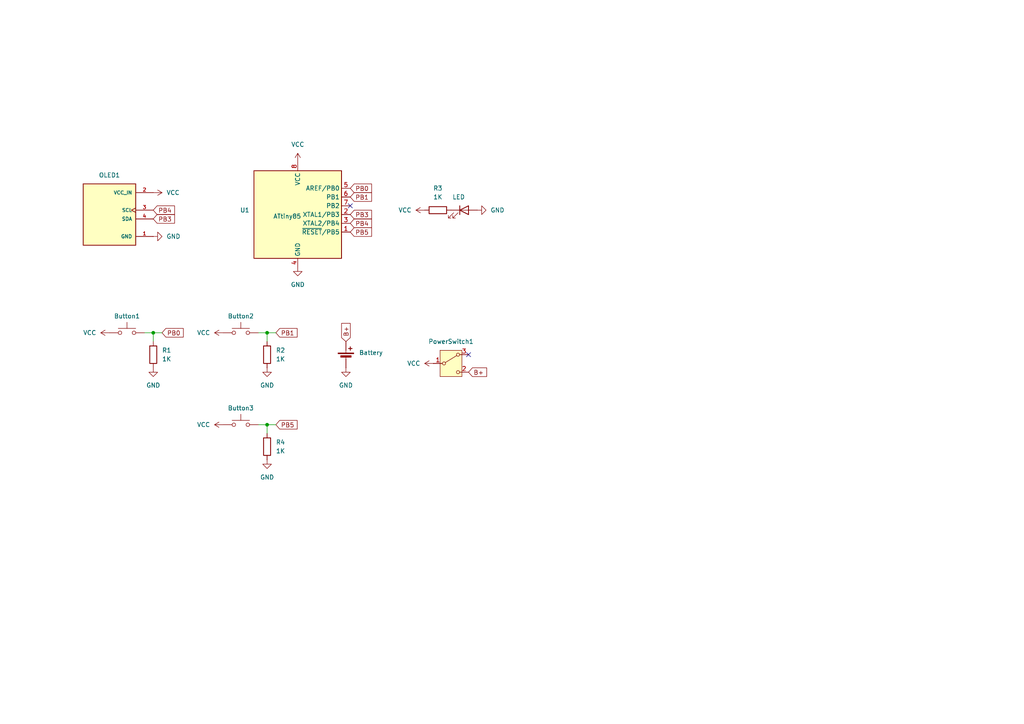
<source format=kicad_sch>
(kicad_sch (version 20231120) (generator "eeschema") (generator_version "8.0")
  (paper "A4")
  (lib_symbols
    (symbol "DM-OLED096-636:DM-OLED096-636" (pin_names (offset 1.016))
      (property "Reference" "U" (at -7.62 10.922 0))
      (property "Value" "DM-OLED096-636" (at -7.62 -10.16 0))
      (symbol "DM-OLED096-636_0_0"
        (rectangle (start -7.62 -7.62) (end 7.62 10.16) (stroke (width 0.254)) (fill (type background)))
        (pin power_in line (at 12.7 -5.08 180) (length 5.08) (name "GND") (number "1"))
        (pin power_in line (at 12.7 7.62 180) (length 5.08) (name "VCC_IN") (number "2"))
        (pin input clock (at 12.7 2.54 180) (length 5.08) (name "SCL") (number "3"))
        (pin bidirectional line (at 12.7 0 180) (length 5.08) (name "SDA") (number "4"))
      )
    )
    (symbol "Device:Battery_Cell" (pin_numbers hide) (pin_names (offset 0) hide)
      (property "Reference" "BT" (at 2.54 2.54 0))
      (property "Value" "Battery_Cell" (at 2.54 0 0))
      (symbol "Battery_Cell_0_1"
        (rectangle (start -2.286 1.778) (end 2.286 1.524) (fill (type outline)))
        (rectangle (start -1.524 1.016) (end 1.524 0.508) (fill (type outline)))
        (polyline (pts (xy 0 0.762) (xy 0 0)))
        (polyline (pts (xy 0 1.778) (xy 0 2.54)))
        (polyline (pts (xy 0.762 3.048) (xy 1.778 3.048)) (stroke (width 0.254)))
        (polyline (pts (xy 1.27 3.556) (xy 1.27 2.54)) (stroke (width 0.254)))
      )
      (symbol "Battery_Cell_1_1"
        (pin passive line (at 0 5.08 270) (length 2.54) (name "+") (number "1"))
        (pin passive line (at 0 -2.54 90) (length 2.54) (name "-") (number "2"))
      )
    )
    (symbol "Device:LED" (pin_numbers hide) (pin_names (offset 1.016) hide)
      (property "Reference" "D" (at 0 2.54 0))
      (property "Value" "LED" (at 0 -2.54 0))
      (symbol "LED_0_1"
        (polyline (pts (xy -1.27 -1.27) (xy -1.27 1.27)) (stroke (width 0.254)))
        (polyline (pts (xy -1.27 0) (xy 1.27 0)))
        (polyline (pts (xy 1.27 -1.27) (xy 1.27 1.27) (xy -1.27 0) (xy 1.27 -1.27)) (stroke (width 0.254)))
        (polyline (pts (xy -3.048 -0.762) (xy -4.572 -2.286) (xy -3.81 -2.286) (xy -4.572 -2.286) (xy -4.572 -1.524)))
        (polyline (pts (xy -1.778 -0.762) (xy -3.302 -2.286) (xy -2.54 -2.286) (xy -3.302 -2.286) (xy -3.302 -1.524)))
      )
      (symbol "LED_1_1"
        (pin passive line (at -3.81 0 0) (length 2.54) (name "K") (number "1"))
        (pin passive line (at 3.81 0 180) (length 2.54) (name "A") (number "2"))
      )
    )
    (symbol "Device:R" (pin_numbers hide) (pin_names (offset 0))
      (property "Reference" "R" (at 2.032 0 90))
      (property "Value" "R" (at 0 0 90))
      (symbol "R_0_1"
        (rectangle (start -1.016 -2.54) (end 1.016 2.54) (stroke (width 0.254)))
      )
      (symbol "R_1_1"
        (pin passive line (at 0 3.81 270) (length 1.27) (name "~") (number "1"))
        (pin passive line (at 0 -3.81 90) (length 1.27) (name "~") (number "2"))
      )
    )
    (symbol "MCU_Microchip_ATtiny:ATtiny85-20P"
      (property "Reference" "U" (at -12.7 13.97 0))
      (property "Value" "ATtiny85-20P" (at 2.54 -13.97 0))
      (symbol "ATtiny85-20P_0_1"
        (rectangle (start -12.7 -12.7) (end 12.7 12.7) (stroke (width 0.254)) (fill (type background)))
      )
      (symbol "ATtiny85-20P_1_1"
        (pin bidirectional line (at 15.24 -5.08 180) (length 2.54) (name "~{RESET}/PB5") (number "1"))
        (pin bidirectional line (at 15.24 0 180) (length 2.54) (name "XTAL1/PB3") (number "2"))
        (pin bidirectional line (at 15.24 -2.54 180) (length 2.54) (name "XTAL2/PB4") (number "3"))
        (pin power_in line (at 0 -15.24 90) (length 2.54) (name "GND") (number "4"))
        (pin bidirectional line (at 15.24 7.62 180) (length 2.54) (name "AREF/PB0") (number "5"))
        (pin bidirectional line (at 15.24 5.08 180) (length 2.54) (name "PB1") (number "6"))
        (pin bidirectional line (at 15.24 2.54 180) (length 2.54) (name "PB2") (number "7"))
        (pin power_in line (at 0 15.24 270) (length 2.54) (name "VCC") (number "8"))
      )
    )
    (symbol "Switch:SW_Push" (pin_numbers hide) (pin_names (offset 1.016) hide)
      (property "Reference" "SW" (at 1.27 2.54 0))
      (property "Value" "SW_Push" (at 0 -1.524 0))
      (symbol "SW_Push_0_1"
        (circle (center -2.032 0) (radius 0.508))
        (polyline (pts (xy 0 1.27) (xy 0 3.048)))
        (polyline (pts (xy 2.54 1.27) (xy -2.54 1.27)))
        (circle (center 2.032 0) (radius 0.508))
        (pin passive line (at -5.08 0 0) (length 2.54) (name "1") (number "1"))
        (pin passive line (at 5.08 0 180) (length 2.54) (name "2") (number "2"))
      )
    )
    (symbol "Switch:SW_Wuerth_450301014042" (pin_names (offset 1) hide)
      (property "Reference" "SW" (at 0 5.08 0))
      (property "Value" "SW_Wuerth_450301014042" (at 0 -5.08 0))
      (symbol "SW_Wuerth_450301014042_0_1"
        (circle (center -2.032 0) (radius 0.4572))
        (polyline (pts (xy -1.651 0.254) (xy 1.651 2.286)))
        (circle (center 2.032 -2.54) (radius 0.4572))
        (circle (center 2.032 2.54) (radius 0.4572))
      )
      (symbol "SW_Wuerth_450301014042_1_1"
        (rectangle (start -3.175 3.81) (end 3.175 -3.81) (fill (type background)))
        (pin passive line (at -5.08 0 0) (length 2.54) (name "B") (number "1"))
        (pin passive line (at 5.08 -2.54 180) (length 2.54) (name "C") (number "2"))
        (pin passive line (at 5.08 2.54 180) (length 2.54) (name "A") (number "3"))
      )
    )
    (symbol "power:GND" (power) (pin_numbers hide) (pin_names (offset 0) hide)
      (property "Value" "GND" (at 0 -3.81 0))
      (symbol "GND_0_1"
        (polyline (pts (xy 0 0) (xy 0 -1.27) (xy 1.27 -1.27) (xy 0 -2.54) (xy -1.27 -1.27) (xy 0 -1.27)))
      )
      (symbol "GND_1_1"
        (pin power_in line (at 0 0 270) (length 0) (name "~") (number "1"))
      )
    )
    (symbol "power:VCC" (power) (pin_numbers hide) (pin_names (offset 0) hide)
      (property "Value" "VCC" (at 0 3.556 0))
      (symbol "VCC_0_1"
        (polyline (pts (xy -0.762 1.27) (xy 0 2.54)))
        (polyline (pts (xy 0 0) (xy 0 2.54)))
        (polyline (pts (xy 0 2.54) (xy 0.762 1.27)))
      )
      (symbol "VCC_1_1"
        (pin power_in line (at 0 0 90) (length 0) (name "~") (number "1"))
      )
    )
  )
  (junction (at 77.47 123.19))
  (junction (at 44.45 96.52))
  (junction (at 77.47 96.52))
  (no_connect (at 101.6 59.69))
  (no_connect (at 135.89 102.87))
  (wire (pts (xy 44.45 96.52) (xy 41.91 96.52)))
  (wire (pts (xy 77.47 125.73) (xy 77.47 123.19)))
  (wire (pts (xy 80.01 96.52) (xy 77.47 96.52)))
  (wire (pts (xy 44.45 99.06) (xy 44.45 96.52)))
  (wire (pts (xy 77.47 96.52) (xy 74.93 96.52)))
  (wire (pts (xy 46.99 96.52) (xy 44.45 96.52)))
  (wire (pts (xy 77.47 99.06) (xy 77.47 96.52)))
  (wire (pts (xy 77.47 123.19) (xy 74.93 123.19)))
  (wire (pts (xy 80.01 123.19) (xy 77.47 123.19)))
  (global_label "PB4" (shape input) (at 44.45 60.96 0) (property "Intersheetrefs" "${INTERSHEET_REFS}" (effects (hide yes))))
  (global_label "PB5" (shape input) (at 101.6 67.31 0) (property "Intersheetrefs" "${INTERSHEET_REFS}" (effects (hide yes))))
  (global_label "PB5" (shape input) (at 80.01 123.19 0) (property "Intersheetrefs" "${INTERSHEET_REFS}" (effects (hide yes))))
  (global_label "PB4" (shape input) (at 101.6 64.77 0) (property "Intersheetrefs" "${INTERSHEET_REFS}" (effects (hide yes))))
  (global_label "PB3" (shape input) (at 101.6 62.23 0) (property "Intersheetrefs" "${INTERSHEET_REFS}" (effects (hide yes))))
  (global_label "PB1" (shape input) (at 80.01 96.52 0) (property "Intersheetrefs" "${INTERSHEET_REFS}" (effects (hide yes))))
  (global_label "B+" (shape input) (at 100.33 99.06 90) (property "Intersheetrefs" "${INTERSHEET_REFS}" (effects (hide yes))))
  (global_label "PB3" (shape input) (at 44.45 63.5 0) (property "Intersheetrefs" "${INTERSHEET_REFS}" (effects (hide yes))))
  (global_label "PB0" (shape input) (at 101.6 54.61 0) (property "Intersheetrefs" "${INTERSHEET_REFS}" (effects (hide yes))))
  (global_label "PB1" (shape input) (at 101.6 57.15 0) (property "Intersheetrefs" "${INTERSHEET_REFS}" (effects (hide yes))))
  (global_label "PB0" (shape input) (at 46.99 96.52 0) (property "Intersheetrefs" "${INTERSHEET_REFS}" (effects (hide yes))))
  (global_label "B+" (shape input) (at 135.89 107.95 0) (property "Intersheetrefs" "${INTERSHEET_REFS}" (effects (hide yes))))
  (symbol (lib_id "Device:R") (at 77.47 102.87 0) (unit 1)
    (property "Reference" "R2" (at 80.01 101.5999 0) (effects (justify left)))
    (property "Value" "1K" (at 80.01 104.1399 0) (effects (justify left)))
    (property "Footprint" "Resistor_THT:R_Axial_DIN0207_L6.3mm_D2.5mm_P7.62mm_Horizontal" (effects (hide yes)))
    (property "Description" "Resistor" (effects (hide yes)))
  )
  (symbol (lib_id "power:VCC") (at 64.77 96.52 90) (unit 1)
    (property "Reference" "#PWR07" (effects (hide yes)))
    (property "Value" "VCC" (at 60.96 96.5199 90) (effects (justify left)))
    (property "Description" "Power symbol creates a global label with name \"VCC\"" (effects (hide yes)))
  )
  (symbol (lib_id "DM-OLED096-636:DM-OLED096-636") (at 31.75 63.5 0) (unit 1)
    (property "Reference" "OLED1" (at 31.75 50.8 0))
    (property "Value" "DM-OLED096-636" (effects (hide yes)))
    (property "Footprint" "DM OLED096 636:MODULE_DM-OLED096-636" (effects (hide yes)))
    (property "MF" "Display Module" (effects (hide yes)))
    (property "MAXIMUM_PACKAGE_HEIGHT" "11.3 mm" (effects (hide yes)))
    (property "Package" "Package" (effects (hide yes)))
    (property "Price" "None" (effects (hide yes)))
    (property "Check_prices" "https://www.snapeda.com/parts/DM-OLED096-636/Display+Module/view-part/?ref=eda" (effects (hide yes)))
    (property "STANDARD" "Manufacturer Recommendations" (effects (hide yes)))
    (property "PARTREV" "2018-09-10" (effects (hide yes)))
    (property "SnapEDA_Link" "https://www.snapeda.com/parts/DM-OLED096-636/Display+Module/view-part/?ref=snap" (effects (hide yes)))
    (property "MP" "DM-OLED096-636" (effects (hide yes)))
    (property "Description_1" "\n                        \n                            0.96” 128 X 64 MONOCHROME GRAPHIC OLED DISPLAY MODULE - I2C\n                        \n" (effects (hide yes)))
    (property "Availability" "Not in stock" (effects (hide yes)))
    (property "MANUFACTURER" "Displaymodule" (effects (hide yes)))
  )
  (symbol (lib_id "Device:Battery_Cell") (at 100.33 104.14 0) (unit 1)
    (property "Reference" "BT1" (effects (hide yes)))
    (property "Value" "Battery" (at 104.14 102.2984 0) (effects (justify left)))
    (property "Footprint" "Battery:BatteryHolder_Keystone_2462_2xAA" (effects (hide yes)))
    (property "Description" "Single-cell battery" (effects (hide yes)))
  )
  (symbol (lib_id "Device:R") (at 44.45 102.87 0) (unit 1)
    (property "Reference" "R1" (at 46.99 101.5999 0) (effects (justify left)))
    (property "Value" "1K" (at 46.99 104.1399 0) (effects (justify left)))
    (property "Footprint" "Resistor_THT:R_Axial_DIN0207_L6.3mm_D2.5mm_P7.62mm_Horizontal" (effects (hide yes)))
    (property "Description" "Resistor" (effects (hide yes)))
  )
  (symbol (lib_id "Device:R") (at 77.47 129.54 0) (unit 1)
    (property "Reference" "R4" (at 80.01 128.2699 0) (effects (justify left)))
    (property "Value" "1K" (at 80.01 130.8099 0) (effects (justify left)))
    (property "Footprint" "Resistor_THT:R_Axial_DIN0207_L6.3mm_D2.5mm_P7.62mm_Horizontal" (effects (hide yes)))
    (property "Description" "Resistor" (effects (hide yes)))
  )
  (symbol (lib_id "Switch:SW_Push") (at 69.85 123.19 0) (unit 1)
    (property "Reference" "Button3" (at 69.85 118.364 0))
    (property "Value" "SW_Push" (effects (hide yes)))
    (property "Footprint" "Button_Switch_THT:SW_PUSH_6mm_H4.3mm" (effects (hide yes)))
    (property "Description" "Push button switch, generic, two pins" (effects (hide yes)))
  )
  (symbol (lib_id "power:GND") (at 86.36 77.47 0) (unit 1)
    (property "Reference" "#PWR01" (effects (hide yes)))
    (property "Value" "GND" (at 86.36 82.55 0))
    (property "Description" "Power symbol creates a global label with name \"GND\" , ground" (effects (hide yes)))
  )
  (symbol (lib_id "power:VCC") (at 125.73 105.41 90) (unit 1)
    (property "Reference" "#PWR011" (effects (hide yes)))
    (property "Value" "VCC" (at 121.92 105.4099 90) (effects (justify left)))
    (property "Description" "Power symbol creates a global label with name \"VCC\"" (effects (hide yes)))
  )
  (symbol (lib_id "Switch:SW_Push") (at 36.83 96.52 0) (unit 1)
    (property "Reference" "Button1" (at 36.83 91.694 0))
    (property "Value" "SW_Push" (effects (hide yes)))
    (property "Footprint" "Button_Switch_THT:SW_PUSH_6mm_H4.3mm" (effects (hide yes)))
    (property "Description" "Push button switch, generic, two pins" (effects (hide yes)))
  )
  (symbol (lib_id "Device:LED") (at 134.62 60.96 0) (unit 1)
    (property "Reference" "D1" (effects (hide yes)))
    (property "Value" "LED" (at 133.0325 57.15 0))
    (property "Footprint" "LED_THT:LED_D3.0mm" (effects (hide yes)))
    (property "Description" "Light emitting diode" (effects (hide yes)))
  )
  (symbol (lib_id "power:GND") (at 138.43 60.96 90) (unit 1)
    (property "Reference" "#PWR013" (effects (hide yes)))
    (property "Value" "GND" (at 142.24 60.9599 90) (effects (justify right)))
    (property "Description" "Power symbol creates a global label with name \"GND\" , ground" (effects (hide yes)))
  )
  (symbol (lib_id "power:VCC") (at 31.75 96.52 90) (unit 1)
    (property "Reference" "#PWR05" (effects (hide yes)))
    (property "Value" "VCC" (at 27.94 96.5199 90) (effects (justify left)))
    (property "Description" "Power symbol creates a global label with name \"VCC\"" (effects (hide yes)))
  )
  (symbol (lib_id "power:VCC") (at 44.45 55.88 270) (unit 1)
    (property "Reference" "#PWR03" (effects (hide yes)))
    (property "Value" "VCC" (at 48.26 55.8799 90) (effects (justify left)))
    (property "Description" "Power symbol creates a global label with name \"VCC\"" (effects (hide yes)))
  )
  (symbol (lib_id "power:GND") (at 100.33 106.68 0) (unit 1)
    (property "Reference" "#PWR010" (effects (hide yes)))
    (property "Value" "GND" (at 100.33 111.76 0))
    (property "Description" "Power symbol creates a global label with name \"GND\" , ground" (effects (hide yes)))
  )
  (symbol (lib_id "Switch:SW_Push") (at 69.85 96.52 0) (unit 1)
    (property "Reference" "Button2" (at 69.85 91.694 0))
    (property "Value" "SW_Push" (effects (hide yes)))
    (property "Footprint" "Button_Switch_THT:SW_PUSH_6mm_H4.3mm" (effects (hide yes)))
    (property "Description" "Push button switch, generic, two pins" (effects (hide yes)))
  )
  (symbol (lib_id "power:VCC") (at 123.19 60.96 90) (unit 1)
    (property "Reference" "#PWR012" (effects (hide yes)))
    (property "Value" "VCC" (at 119.38 60.9599 90) (effects (justify left)))
    (property "Description" "Power symbol creates a global label with name \"VCC\"" (effects (hide yes)))
  )
  (symbol (lib_id "power:GND") (at 44.45 68.58 90) (unit 1)
    (property "Reference" "#PWR04" (effects (hide yes)))
    (property "Value" "GND" (at 48.26 68.5799 90) (effects (justify right)))
    (property "Description" "Power symbol creates a global label with name \"GND\" , ground" (effects (hide yes)))
  )
  (symbol (lib_id "Switch:SW_Wuerth_450301014042") (at 130.81 105.41 0) (unit 1)
    (property "Reference" "PowerSwitch1" (at 130.81 99.06 0))
    (property "Value" "SW_Wuerth_450301014042" (effects (hide yes)))
    (property "Footprint" "EG1218 Footprint Symbol:SW_EG1218" (effects (hide yes)))
    (property "Datasheet" "https://www.we-online.com/components/products/datasheet/450301014042.pdf" (effects (hide yes)))
    (property "Description" "Switch slide, single pole double throw" (effects (hide yes)))
  )
  (symbol (lib_id "power:VCC") (at 86.36 46.99 0) (unit 1)
    (property "Reference" "#PWR02" (effects (hide yes)))
    (property "Value" "VCC" (at 86.36 41.91 0))
    (property "Description" "Power symbol creates a global label with name \"VCC\"" (effects (hide yes)))
  )
  (symbol (lib_id "Device:R") (at 127 60.96 90) (unit 1)
    (property "Reference" "R3" (at 127 54.61 90))
    (property "Value" "1K" (at 127 57.15 90))
    (property "Footprint" "Resistor_THT:R_Axial_DIN0207_L6.3mm_D2.5mm_P7.62mm_Horizontal" (effects (hide yes)))
    (property "Description" "Resistor" (effects (hide yes)))
  )
  (symbol (lib_id "power:GND") (at 44.45 106.68 0) (unit 1)
    (property "Reference" "#PWR06" (effects (hide yes)))
    (property "Value" "GND" (at 44.45 111.76 0))
    (property "Description" "Power symbol creates a global label with name \"GND\" , ground" (effects (hide yes)))
  )
  (symbol (lib_id "MCU_Microchip_ATtiny:ATtiny85-20P") (at 86.36 62.23 0) (unit 1)
    (property "Reference" "U1" (at 72.39 60.9599 0) (effects (justify right)))
    (property "Value" "ATtiny85" (at 87.376 62.738 0) (effects (justify right)))
    (property "Footprint" "Package_DIP:DIP-8_W7.62mm" (effects (hide yes)))
    (property "Datasheet" "http://ww1.microchip.com/downloads/en/DeviceDoc/atmel-2586-avr-8-bit-microcontroller-attiny25-attiny45-attiny85_datasheet.pdf" (effects (hide yes)))
    (property "Description" "20MHz, 8kB Flash, 512B SRAM, 512B EEPROM, debugWIRE, DIP-8" (effects (hide yes)))
  )
  (symbol (lib_id "power:GND") (at 77.47 106.68 0) (unit 1)
    (property "Reference" "#PWR08" (effects (hide yes)))
    (property "Value" "GND" (at 77.47 111.76 0))
    (property "Description" "Power symbol creates a global label with name \"GND\" , ground" (effects (hide yes)))
  )
  (symbol (lib_id "power:VCC") (at 64.77 123.19 90) (unit 1)
    (property "Reference" "#PWR09" (effects (hide yes)))
    (property "Value" "VCC" (at 60.96 123.1899 90) (effects (justify left)))
    (property "Description" "Power symbol creates a global label with name \"VCC\"" (effects (hide yes)))
  )
  (symbol (lib_id "power:GND") (at 77.47 133.35 0) (unit 1)
    (property "Reference" "#PWR014" (effects (hide yes)))
    (property "Value" "GND" (at 77.47 138.43 0))
    (property "Description" "Power symbol creates a global label with name \"GND\" , ground" (effects (hide yes)))
  )
)
</source>
